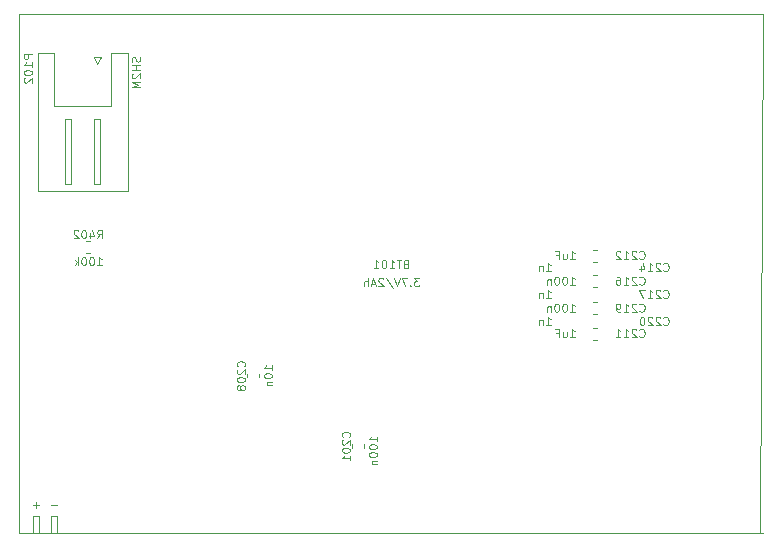
<source format=gbo>
G04 #@! TF.GenerationSoftware,KiCad,Pcbnew,5.1.2-f72e74a~84~ubuntu16.04.1*
G04 #@! TF.CreationDate,2019-06-16T18:40:27+01:00*
G04 #@! TF.ProjectId,TCXOsource,5443584f-736f-4757-9263-652e6b696361,rev?*
G04 #@! TF.SameCoordinates,Original*
G04 #@! TF.FileFunction,Legend,Bot*
G04 #@! TF.FilePolarity,Positive*
%FSLAX46Y46*%
G04 Gerber Fmt 4.6, Leading zero omitted, Abs format (unit mm)*
G04 Created by KiCad (PCBNEW 5.1.2-f72e74a~84~ubuntu16.04.1) date 2019-06-16 18:40:27*
%MOMM*%
%LPD*%
G04 APERTURE LIST*
%ADD10C,0.120000*%
%ADD11C,0.100000*%
%ADD12C,0.110000*%
G04 APERTURE END LIST*
D10*
X205394779Y-98554000D02*
X205069221Y-98554000D01*
X205394779Y-97534000D02*
X205069221Y-97534000D01*
X176786000Y-108041221D02*
X176786000Y-108366779D01*
X175766000Y-108041221D02*
X175766000Y-108366779D01*
X161818000Y-92622000D02*
X165628000Y-92622000D01*
X165628000Y-92622000D02*
X165628000Y-80902000D01*
X165628000Y-80902000D02*
X164208000Y-80902000D01*
X164208000Y-80902000D02*
X164208000Y-85402000D01*
X164208000Y-85402000D02*
X161818000Y-85402000D01*
X161818000Y-92622000D02*
X158008000Y-92622000D01*
X158008000Y-92622000D02*
X158008000Y-80902000D01*
X158008000Y-80902000D02*
X159428000Y-80902000D01*
X159428000Y-80902000D02*
X159428000Y-85402000D01*
X159428000Y-85402000D02*
X161818000Y-85402000D01*
X163318000Y-86512000D02*
X163318000Y-92012000D01*
X163318000Y-92012000D02*
X162818000Y-92012000D01*
X162818000Y-92012000D02*
X162818000Y-86512000D01*
X162818000Y-86512000D02*
X163318000Y-86512000D01*
X160818000Y-86512000D02*
X160818000Y-92012000D01*
X160818000Y-92012000D02*
X160318000Y-92012000D01*
X160318000Y-92012000D02*
X160318000Y-86512000D01*
X160318000Y-86512000D02*
X160818000Y-86512000D01*
X163068000Y-81812000D02*
X163368000Y-81212000D01*
X163368000Y-81212000D02*
X162768000Y-81212000D01*
X162768000Y-81212000D02*
X163068000Y-81812000D01*
X162468779Y-96772000D02*
X162143221Y-96772000D01*
X162468779Y-97792000D02*
X162143221Y-97792000D01*
X205069221Y-99693000D02*
X205394779Y-99693000D01*
X205069221Y-100713000D02*
X205394779Y-100713000D01*
X205394779Y-104138000D02*
X205069221Y-104138000D01*
X205394779Y-105158000D02*
X205069221Y-105158000D01*
X185681001Y-114339780D02*
X185681001Y-114014222D01*
X184661001Y-114339780D02*
X184661001Y-114014222D01*
X205069221Y-101979000D02*
X205394779Y-101979000D01*
X205069221Y-102999000D02*
X205394779Y-102999000D01*
D11*
X159164000Y-120104000D02*
X159164000Y-121568000D01*
X159164000Y-120104000D02*
X159664000Y-120104000D01*
X159664000Y-120104000D02*
X159664000Y-121568000D01*
X157656000Y-121568000D02*
X157656000Y-120104000D01*
X157656000Y-120104000D02*
X158156000Y-120104000D01*
X158156000Y-120104000D02*
X158156000Y-121568000D01*
X156460000Y-77568000D02*
X156460000Y-121568000D01*
X156460000Y-121568000D02*
X219460000Y-121568000D01*
X219460000Y-77568000D02*
X219160000Y-121568000D01*
X219460000Y-77568000D02*
X156460000Y-77568000D01*
D10*
X210999333Y-103882000D02*
X211032666Y-103915333D01*
X211132666Y-103948666D01*
X211199333Y-103948666D01*
X211299333Y-103915333D01*
X211366000Y-103848666D01*
X211399333Y-103782000D01*
X211432666Y-103648666D01*
X211432666Y-103548666D01*
X211399333Y-103415333D01*
X211366000Y-103348666D01*
X211299333Y-103282000D01*
X211199333Y-103248666D01*
X211132666Y-103248666D01*
X211032666Y-103282000D01*
X210999333Y-103315333D01*
X210732666Y-103315333D02*
X210699333Y-103282000D01*
X210632666Y-103248666D01*
X210466000Y-103248666D01*
X210399333Y-103282000D01*
X210366000Y-103315333D01*
X210332666Y-103382000D01*
X210332666Y-103448666D01*
X210366000Y-103548666D01*
X210766000Y-103948666D01*
X210332666Y-103948666D01*
X210066000Y-103315333D02*
X210032666Y-103282000D01*
X209966000Y-103248666D01*
X209799333Y-103248666D01*
X209732666Y-103282000D01*
X209699333Y-103315333D01*
X209666000Y-103382000D01*
X209666000Y-103448666D01*
X209699333Y-103548666D01*
X210099333Y-103948666D01*
X209666000Y-103948666D01*
X209232666Y-103248666D02*
X209166000Y-103248666D01*
X209099333Y-103282000D01*
X209066000Y-103315333D01*
X209032666Y-103382000D01*
X208999333Y-103515333D01*
X208999333Y-103682000D01*
X209032666Y-103815333D01*
X209066000Y-103882000D01*
X209099333Y-103915333D01*
X209166000Y-103948666D01*
X209232666Y-103948666D01*
X209299333Y-103915333D01*
X209332666Y-103882000D01*
X209366000Y-103815333D01*
X209399333Y-103682000D01*
X209399333Y-103515333D01*
X209366000Y-103382000D01*
X209332666Y-103315333D01*
X209299333Y-103282000D01*
X209232666Y-103248666D01*
X201064666Y-103948666D02*
X201464666Y-103948666D01*
X201264666Y-103948666D02*
X201264666Y-103248666D01*
X201331333Y-103348666D01*
X201398000Y-103415333D01*
X201464666Y-103448666D01*
X200764666Y-103482000D02*
X200764666Y-103948666D01*
X200764666Y-103548666D02*
X200731333Y-103515333D01*
X200664666Y-103482000D01*
X200564666Y-103482000D01*
X200498000Y-103515333D01*
X200464666Y-103582000D01*
X200464666Y-103948666D01*
X210999333Y-99310000D02*
X211032666Y-99343333D01*
X211132666Y-99376666D01*
X211199333Y-99376666D01*
X211299333Y-99343333D01*
X211366000Y-99276666D01*
X211399333Y-99210000D01*
X211432666Y-99076666D01*
X211432666Y-98976666D01*
X211399333Y-98843333D01*
X211366000Y-98776666D01*
X211299333Y-98710000D01*
X211199333Y-98676666D01*
X211132666Y-98676666D01*
X211032666Y-98710000D01*
X210999333Y-98743333D01*
X210732666Y-98743333D02*
X210699333Y-98710000D01*
X210632666Y-98676666D01*
X210466000Y-98676666D01*
X210399333Y-98710000D01*
X210366000Y-98743333D01*
X210332666Y-98810000D01*
X210332666Y-98876666D01*
X210366000Y-98976666D01*
X210766000Y-99376666D01*
X210332666Y-99376666D01*
X209666000Y-99376666D02*
X210066000Y-99376666D01*
X209866000Y-99376666D02*
X209866000Y-98676666D01*
X209932666Y-98776666D01*
X209999333Y-98843333D01*
X210066000Y-98876666D01*
X209066000Y-98910000D02*
X209066000Y-99376666D01*
X209232666Y-98643333D02*
X209399333Y-99143333D01*
X208966000Y-99143333D01*
X201064666Y-99376666D02*
X201464666Y-99376666D01*
X201264666Y-99376666D02*
X201264666Y-98676666D01*
X201331333Y-98776666D01*
X201398000Y-98843333D01*
X201464666Y-98876666D01*
X200764666Y-98910000D02*
X200764666Y-99376666D01*
X200764666Y-98976666D02*
X200731333Y-98943333D01*
X200664666Y-98910000D01*
X200564666Y-98910000D01*
X200498000Y-98943333D01*
X200464666Y-99010000D01*
X200464666Y-99376666D01*
X208967333Y-98294000D02*
X209000666Y-98327333D01*
X209100666Y-98360666D01*
X209167333Y-98360666D01*
X209267333Y-98327333D01*
X209334000Y-98260666D01*
X209367333Y-98194000D01*
X209400666Y-98060666D01*
X209400666Y-97960666D01*
X209367333Y-97827333D01*
X209334000Y-97760666D01*
X209267333Y-97694000D01*
X209167333Y-97660666D01*
X209100666Y-97660666D01*
X209000666Y-97694000D01*
X208967333Y-97727333D01*
X208700666Y-97727333D02*
X208667333Y-97694000D01*
X208600666Y-97660666D01*
X208434000Y-97660666D01*
X208367333Y-97694000D01*
X208334000Y-97727333D01*
X208300666Y-97794000D01*
X208300666Y-97860666D01*
X208334000Y-97960666D01*
X208734000Y-98360666D01*
X208300666Y-98360666D01*
X207634000Y-98360666D02*
X208034000Y-98360666D01*
X207834000Y-98360666D02*
X207834000Y-97660666D01*
X207900666Y-97760666D01*
X207967333Y-97827333D01*
X208034000Y-97860666D01*
X207367333Y-97727333D02*
X207334000Y-97694000D01*
X207267333Y-97660666D01*
X207100666Y-97660666D01*
X207034000Y-97694000D01*
X207000666Y-97727333D01*
X206967333Y-97794000D01*
X206967333Y-97860666D01*
X207000666Y-97960666D01*
X207400666Y-98360666D01*
X206967333Y-98360666D01*
X203096666Y-98360666D02*
X203496666Y-98360666D01*
X203296666Y-98360666D02*
X203296666Y-97660666D01*
X203363333Y-97760666D01*
X203430000Y-97827333D01*
X203496666Y-97860666D01*
X202496666Y-97894000D02*
X202496666Y-98360666D01*
X202796666Y-97894000D02*
X202796666Y-98260666D01*
X202763333Y-98327333D01*
X202696666Y-98360666D01*
X202596666Y-98360666D01*
X202530000Y-98327333D01*
X202496666Y-98294000D01*
X201930000Y-97994000D02*
X202163333Y-97994000D01*
X202163333Y-98360666D02*
X202163333Y-97660666D01*
X201830000Y-97660666D01*
X175510000Y-107420666D02*
X175543333Y-107387333D01*
X175576666Y-107287333D01*
X175576666Y-107220666D01*
X175543333Y-107120666D01*
X175476666Y-107054000D01*
X175410000Y-107020666D01*
X175276666Y-106987333D01*
X175176666Y-106987333D01*
X175043333Y-107020666D01*
X174976666Y-107054000D01*
X174910000Y-107120666D01*
X174876666Y-107220666D01*
X174876666Y-107287333D01*
X174910000Y-107387333D01*
X174943333Y-107420666D01*
X174943333Y-107687333D02*
X174910000Y-107720666D01*
X174876666Y-107787333D01*
X174876666Y-107954000D01*
X174910000Y-108020666D01*
X174943333Y-108054000D01*
X175010000Y-108087333D01*
X175076666Y-108087333D01*
X175176666Y-108054000D01*
X175576666Y-107654000D01*
X175576666Y-108087333D01*
X174876666Y-108520666D02*
X174876666Y-108587333D01*
X174910000Y-108654000D01*
X174943333Y-108687333D01*
X175010000Y-108720666D01*
X175143333Y-108754000D01*
X175310000Y-108754000D01*
X175443333Y-108720666D01*
X175510000Y-108687333D01*
X175543333Y-108654000D01*
X175576666Y-108587333D01*
X175576666Y-108520666D01*
X175543333Y-108454000D01*
X175510000Y-108420666D01*
X175443333Y-108387333D01*
X175310000Y-108354000D01*
X175143333Y-108354000D01*
X175010000Y-108387333D01*
X174943333Y-108420666D01*
X174910000Y-108454000D01*
X174876666Y-108520666D01*
X175176666Y-109154000D02*
X175143333Y-109087333D01*
X175110000Y-109054000D01*
X175043333Y-109020666D01*
X175010000Y-109020666D01*
X174943333Y-109054000D01*
X174910000Y-109087333D01*
X174876666Y-109154000D01*
X174876666Y-109287333D01*
X174910000Y-109354000D01*
X174943333Y-109387333D01*
X175010000Y-109420666D01*
X175043333Y-109420666D01*
X175110000Y-109387333D01*
X175143333Y-109354000D01*
X175176666Y-109287333D01*
X175176666Y-109154000D01*
X175210000Y-109087333D01*
X175243333Y-109054000D01*
X175310000Y-109020666D01*
X175443333Y-109020666D01*
X175510000Y-109054000D01*
X175543333Y-109087333D01*
X175576666Y-109154000D01*
X175576666Y-109287333D01*
X175543333Y-109354000D01*
X175510000Y-109387333D01*
X175443333Y-109420666D01*
X175310000Y-109420666D01*
X175243333Y-109387333D01*
X175210000Y-109354000D01*
X175176666Y-109287333D01*
X177862666Y-107754000D02*
X177862666Y-107354000D01*
X177862666Y-107554000D02*
X177162666Y-107554000D01*
X177262666Y-107487333D01*
X177329333Y-107420666D01*
X177362666Y-107354000D01*
X177162666Y-108187333D02*
X177162666Y-108254000D01*
X177196000Y-108320666D01*
X177229333Y-108354000D01*
X177296000Y-108387333D01*
X177429333Y-108420666D01*
X177596000Y-108420666D01*
X177729333Y-108387333D01*
X177796000Y-108354000D01*
X177829333Y-108320666D01*
X177862666Y-108254000D01*
X177862666Y-108187333D01*
X177829333Y-108120666D01*
X177796000Y-108087333D01*
X177729333Y-108054000D01*
X177596000Y-108020666D01*
X177429333Y-108020666D01*
X177296000Y-108054000D01*
X177229333Y-108087333D01*
X177196000Y-108120666D01*
X177162666Y-108187333D01*
X177396000Y-108720666D02*
X177862666Y-108720666D01*
X177462666Y-108720666D02*
X177429333Y-108754000D01*
X177396000Y-108820666D01*
X177396000Y-108920666D01*
X177429333Y-108987333D01*
X177496000Y-109020666D01*
X177862666Y-109020666D01*
X157542666Y-81016666D02*
X156842666Y-81016666D01*
X156842666Y-81283333D01*
X156876000Y-81350000D01*
X156909333Y-81383333D01*
X156976000Y-81416666D01*
X157076000Y-81416666D01*
X157142666Y-81383333D01*
X157176000Y-81350000D01*
X157209333Y-81283333D01*
X157209333Y-81016666D01*
X157542666Y-82083333D02*
X157542666Y-81683333D01*
X157542666Y-81883333D02*
X156842666Y-81883333D01*
X156942666Y-81816666D01*
X157009333Y-81750000D01*
X157042666Y-81683333D01*
X156842666Y-82516666D02*
X156842666Y-82583333D01*
X156876000Y-82650000D01*
X156909333Y-82683333D01*
X156976000Y-82716666D01*
X157109333Y-82750000D01*
X157276000Y-82750000D01*
X157409333Y-82716666D01*
X157476000Y-82683333D01*
X157509333Y-82650000D01*
X157542666Y-82583333D01*
X157542666Y-82516666D01*
X157509333Y-82450000D01*
X157476000Y-82416666D01*
X157409333Y-82383333D01*
X157276000Y-82350000D01*
X157109333Y-82350000D01*
X156976000Y-82383333D01*
X156909333Y-82416666D01*
X156876000Y-82450000D01*
X156842666Y-82516666D01*
X156909333Y-83016666D02*
X156876000Y-83050000D01*
X156842666Y-83116666D01*
X156842666Y-83283333D01*
X156876000Y-83350000D01*
X156909333Y-83383333D01*
X156976000Y-83416666D01*
X157042666Y-83416666D01*
X157142666Y-83383333D01*
X157542666Y-82983333D01*
X157542666Y-83416666D01*
X166653333Y-81237333D02*
X166686666Y-81337333D01*
X166686666Y-81504000D01*
X166653333Y-81570666D01*
X166620000Y-81604000D01*
X166553333Y-81637333D01*
X166486666Y-81637333D01*
X166420000Y-81604000D01*
X166386666Y-81570666D01*
X166353333Y-81504000D01*
X166320000Y-81370666D01*
X166286666Y-81304000D01*
X166253333Y-81270666D01*
X166186666Y-81237333D01*
X166120000Y-81237333D01*
X166053333Y-81270666D01*
X166020000Y-81304000D01*
X165986666Y-81370666D01*
X165986666Y-81537333D01*
X166020000Y-81637333D01*
X166686666Y-81937333D02*
X165986666Y-81937333D01*
X166320000Y-81937333D02*
X166320000Y-82337333D01*
X166686666Y-82337333D02*
X165986666Y-82337333D01*
X166053333Y-82637333D02*
X166020000Y-82670666D01*
X165986666Y-82737333D01*
X165986666Y-82904000D01*
X166020000Y-82970666D01*
X166053333Y-83004000D01*
X166120000Y-83037333D01*
X166186666Y-83037333D01*
X166286666Y-83004000D01*
X166686666Y-82604000D01*
X166686666Y-83037333D01*
X166686666Y-83337333D02*
X165986666Y-83337333D01*
X166486666Y-83570666D01*
X165986666Y-83804000D01*
X166686666Y-83804000D01*
X163063833Y-96582666D02*
X163297166Y-96249333D01*
X163463833Y-96582666D02*
X163463833Y-95882666D01*
X163197166Y-95882666D01*
X163130500Y-95916000D01*
X163097166Y-95949333D01*
X163063833Y-96016000D01*
X163063833Y-96116000D01*
X163097166Y-96182666D01*
X163130500Y-96216000D01*
X163197166Y-96249333D01*
X163463833Y-96249333D01*
X162463833Y-96116000D02*
X162463833Y-96582666D01*
X162630500Y-95849333D02*
X162797166Y-96349333D01*
X162363833Y-96349333D01*
X161963833Y-95882666D02*
X161897166Y-95882666D01*
X161830500Y-95916000D01*
X161797166Y-95949333D01*
X161763833Y-96016000D01*
X161730500Y-96149333D01*
X161730500Y-96316000D01*
X161763833Y-96449333D01*
X161797166Y-96516000D01*
X161830500Y-96549333D01*
X161897166Y-96582666D01*
X161963833Y-96582666D01*
X162030500Y-96549333D01*
X162063833Y-96516000D01*
X162097166Y-96449333D01*
X162130500Y-96316000D01*
X162130500Y-96149333D01*
X162097166Y-96016000D01*
X162063833Y-95949333D01*
X162030500Y-95916000D01*
X161963833Y-95882666D01*
X161463833Y-95949333D02*
X161430500Y-95916000D01*
X161363833Y-95882666D01*
X161197166Y-95882666D01*
X161130500Y-95916000D01*
X161097166Y-95949333D01*
X161063833Y-96016000D01*
X161063833Y-96082666D01*
X161097166Y-96182666D01*
X161497166Y-96582666D01*
X161063833Y-96582666D01*
X163056000Y-98868666D02*
X163456000Y-98868666D01*
X163256000Y-98868666D02*
X163256000Y-98168666D01*
X163322666Y-98268666D01*
X163389333Y-98335333D01*
X163456000Y-98368666D01*
X162622666Y-98168666D02*
X162556000Y-98168666D01*
X162489333Y-98202000D01*
X162456000Y-98235333D01*
X162422666Y-98302000D01*
X162389333Y-98435333D01*
X162389333Y-98602000D01*
X162422666Y-98735333D01*
X162456000Y-98802000D01*
X162489333Y-98835333D01*
X162556000Y-98868666D01*
X162622666Y-98868666D01*
X162689333Y-98835333D01*
X162722666Y-98802000D01*
X162756000Y-98735333D01*
X162789333Y-98602000D01*
X162789333Y-98435333D01*
X162756000Y-98302000D01*
X162722666Y-98235333D01*
X162689333Y-98202000D01*
X162622666Y-98168666D01*
X161956000Y-98168666D02*
X161889333Y-98168666D01*
X161822666Y-98202000D01*
X161789333Y-98235333D01*
X161756000Y-98302000D01*
X161722666Y-98435333D01*
X161722666Y-98602000D01*
X161756000Y-98735333D01*
X161789333Y-98802000D01*
X161822666Y-98835333D01*
X161889333Y-98868666D01*
X161956000Y-98868666D01*
X162022666Y-98835333D01*
X162056000Y-98802000D01*
X162089333Y-98735333D01*
X162122666Y-98602000D01*
X162122666Y-98435333D01*
X162089333Y-98302000D01*
X162056000Y-98235333D01*
X162022666Y-98202000D01*
X161956000Y-98168666D01*
X161422666Y-98868666D02*
X161422666Y-98168666D01*
X161356000Y-98602000D02*
X161156000Y-98868666D01*
X161156000Y-98402000D02*
X161422666Y-98668666D01*
X208967333Y-100453000D02*
X209000666Y-100486333D01*
X209100666Y-100519666D01*
X209167333Y-100519666D01*
X209267333Y-100486333D01*
X209334000Y-100419666D01*
X209367333Y-100353000D01*
X209400666Y-100219666D01*
X209400666Y-100119666D01*
X209367333Y-99986333D01*
X209334000Y-99919666D01*
X209267333Y-99853000D01*
X209167333Y-99819666D01*
X209100666Y-99819666D01*
X209000666Y-99853000D01*
X208967333Y-99886333D01*
X208700666Y-99886333D02*
X208667333Y-99853000D01*
X208600666Y-99819666D01*
X208434000Y-99819666D01*
X208367333Y-99853000D01*
X208334000Y-99886333D01*
X208300666Y-99953000D01*
X208300666Y-100019666D01*
X208334000Y-100119666D01*
X208734000Y-100519666D01*
X208300666Y-100519666D01*
X207634000Y-100519666D02*
X208034000Y-100519666D01*
X207834000Y-100519666D02*
X207834000Y-99819666D01*
X207900666Y-99919666D01*
X207967333Y-99986333D01*
X208034000Y-100019666D01*
X207034000Y-99819666D02*
X207167333Y-99819666D01*
X207234000Y-99853000D01*
X207267333Y-99886333D01*
X207334000Y-99986333D01*
X207367333Y-100119666D01*
X207367333Y-100386333D01*
X207334000Y-100453000D01*
X207300666Y-100486333D01*
X207234000Y-100519666D01*
X207100666Y-100519666D01*
X207034000Y-100486333D01*
X207000666Y-100453000D01*
X206967333Y-100386333D01*
X206967333Y-100219666D01*
X207000666Y-100153000D01*
X207034000Y-100119666D01*
X207100666Y-100086333D01*
X207234000Y-100086333D01*
X207300666Y-100119666D01*
X207334000Y-100153000D01*
X207367333Y-100219666D01*
X203096666Y-100519666D02*
X203496666Y-100519666D01*
X203296666Y-100519666D02*
X203296666Y-99819666D01*
X203363333Y-99919666D01*
X203430000Y-99986333D01*
X203496666Y-100019666D01*
X202663333Y-99819666D02*
X202596666Y-99819666D01*
X202530000Y-99853000D01*
X202496666Y-99886333D01*
X202463333Y-99953000D01*
X202430000Y-100086333D01*
X202430000Y-100253000D01*
X202463333Y-100386333D01*
X202496666Y-100453000D01*
X202530000Y-100486333D01*
X202596666Y-100519666D01*
X202663333Y-100519666D01*
X202730000Y-100486333D01*
X202763333Y-100453000D01*
X202796666Y-100386333D01*
X202830000Y-100253000D01*
X202830000Y-100086333D01*
X202796666Y-99953000D01*
X202763333Y-99886333D01*
X202730000Y-99853000D01*
X202663333Y-99819666D01*
X201996666Y-99819666D02*
X201930000Y-99819666D01*
X201863333Y-99853000D01*
X201830000Y-99886333D01*
X201796666Y-99953000D01*
X201763333Y-100086333D01*
X201763333Y-100253000D01*
X201796666Y-100386333D01*
X201830000Y-100453000D01*
X201863333Y-100486333D01*
X201930000Y-100519666D01*
X201996666Y-100519666D01*
X202063333Y-100486333D01*
X202096666Y-100453000D01*
X202130000Y-100386333D01*
X202163333Y-100253000D01*
X202163333Y-100086333D01*
X202130000Y-99953000D01*
X202096666Y-99886333D01*
X202063333Y-99853000D01*
X201996666Y-99819666D01*
X201463333Y-100053000D02*
X201463333Y-100519666D01*
X201463333Y-100119666D02*
X201430000Y-100086333D01*
X201363333Y-100053000D01*
X201263333Y-100053000D01*
X201196666Y-100086333D01*
X201163333Y-100153000D01*
X201163333Y-100519666D01*
X210999333Y-101596000D02*
X211032666Y-101629333D01*
X211132666Y-101662666D01*
X211199333Y-101662666D01*
X211299333Y-101629333D01*
X211366000Y-101562666D01*
X211399333Y-101496000D01*
X211432666Y-101362666D01*
X211432666Y-101262666D01*
X211399333Y-101129333D01*
X211366000Y-101062666D01*
X211299333Y-100996000D01*
X211199333Y-100962666D01*
X211132666Y-100962666D01*
X211032666Y-100996000D01*
X210999333Y-101029333D01*
X210732666Y-101029333D02*
X210699333Y-100996000D01*
X210632666Y-100962666D01*
X210466000Y-100962666D01*
X210399333Y-100996000D01*
X210366000Y-101029333D01*
X210332666Y-101096000D01*
X210332666Y-101162666D01*
X210366000Y-101262666D01*
X210766000Y-101662666D01*
X210332666Y-101662666D01*
X209666000Y-101662666D02*
X210066000Y-101662666D01*
X209866000Y-101662666D02*
X209866000Y-100962666D01*
X209932666Y-101062666D01*
X209999333Y-101129333D01*
X210066000Y-101162666D01*
X209432666Y-100962666D02*
X208966000Y-100962666D01*
X209266000Y-101662666D01*
X201064666Y-101662666D02*
X201464666Y-101662666D01*
X201264666Y-101662666D02*
X201264666Y-100962666D01*
X201331333Y-101062666D01*
X201398000Y-101129333D01*
X201464666Y-101162666D01*
X200764666Y-101196000D02*
X200764666Y-101662666D01*
X200764666Y-101262666D02*
X200731333Y-101229333D01*
X200664666Y-101196000D01*
X200564666Y-101196000D01*
X200498000Y-101229333D01*
X200464666Y-101296000D01*
X200464666Y-101662666D01*
X208967333Y-104898000D02*
X209000666Y-104931333D01*
X209100666Y-104964666D01*
X209167333Y-104964666D01*
X209267333Y-104931333D01*
X209334000Y-104864666D01*
X209367333Y-104798000D01*
X209400666Y-104664666D01*
X209400666Y-104564666D01*
X209367333Y-104431333D01*
X209334000Y-104364666D01*
X209267333Y-104298000D01*
X209167333Y-104264666D01*
X209100666Y-104264666D01*
X209000666Y-104298000D01*
X208967333Y-104331333D01*
X208700666Y-104331333D02*
X208667333Y-104298000D01*
X208600666Y-104264666D01*
X208434000Y-104264666D01*
X208367333Y-104298000D01*
X208334000Y-104331333D01*
X208300666Y-104398000D01*
X208300666Y-104464666D01*
X208334000Y-104564666D01*
X208734000Y-104964666D01*
X208300666Y-104964666D01*
X207634000Y-104964666D02*
X208034000Y-104964666D01*
X207834000Y-104964666D02*
X207834000Y-104264666D01*
X207900666Y-104364666D01*
X207967333Y-104431333D01*
X208034000Y-104464666D01*
X206967333Y-104964666D02*
X207367333Y-104964666D01*
X207167333Y-104964666D02*
X207167333Y-104264666D01*
X207234000Y-104364666D01*
X207300666Y-104431333D01*
X207367333Y-104464666D01*
X203096666Y-104964666D02*
X203496666Y-104964666D01*
X203296666Y-104964666D02*
X203296666Y-104264666D01*
X203363333Y-104364666D01*
X203430000Y-104431333D01*
X203496666Y-104464666D01*
X202496666Y-104498000D02*
X202496666Y-104964666D01*
X202796666Y-104498000D02*
X202796666Y-104864666D01*
X202763333Y-104931333D01*
X202696666Y-104964666D01*
X202596666Y-104964666D01*
X202530000Y-104931333D01*
X202496666Y-104898000D01*
X201930000Y-104598000D02*
X202163333Y-104598000D01*
X202163333Y-104964666D02*
X202163333Y-104264666D01*
X201830000Y-104264666D01*
X184400000Y-113393667D02*
X184433333Y-113360334D01*
X184466666Y-113260334D01*
X184466666Y-113193667D01*
X184433333Y-113093667D01*
X184366666Y-113027001D01*
X184300000Y-112993667D01*
X184166666Y-112960334D01*
X184066666Y-112960334D01*
X183933333Y-112993667D01*
X183866666Y-113027001D01*
X183800000Y-113093667D01*
X183766666Y-113193667D01*
X183766666Y-113260334D01*
X183800000Y-113360334D01*
X183833333Y-113393667D01*
X183833333Y-113660334D02*
X183800000Y-113693667D01*
X183766666Y-113760334D01*
X183766666Y-113927001D01*
X183800000Y-113993667D01*
X183833333Y-114027001D01*
X183900000Y-114060334D01*
X183966666Y-114060334D01*
X184066666Y-114027001D01*
X184466666Y-113627001D01*
X184466666Y-114060334D01*
X183766666Y-114493667D02*
X183766666Y-114560334D01*
X183800000Y-114627001D01*
X183833333Y-114660334D01*
X183900000Y-114693667D01*
X184033333Y-114727001D01*
X184200000Y-114727001D01*
X184333333Y-114693667D01*
X184400000Y-114660334D01*
X184433333Y-114627001D01*
X184466666Y-114560334D01*
X184466666Y-114493667D01*
X184433333Y-114427001D01*
X184400000Y-114393667D01*
X184333333Y-114360334D01*
X184200000Y-114327001D01*
X184033333Y-114327001D01*
X183900000Y-114360334D01*
X183833333Y-114393667D01*
X183800000Y-114427001D01*
X183766666Y-114493667D01*
X184466666Y-115393667D02*
X184466666Y-114993667D01*
X184466666Y-115193667D02*
X183766666Y-115193667D01*
X183866666Y-115127001D01*
X183933333Y-115060334D01*
X183966666Y-114993667D01*
X186752666Y-113770666D02*
X186752666Y-113370666D01*
X186752666Y-113570666D02*
X186052666Y-113570666D01*
X186152666Y-113504000D01*
X186219333Y-113437333D01*
X186252666Y-113370666D01*
X186052666Y-114204000D02*
X186052666Y-114270666D01*
X186086000Y-114337333D01*
X186119333Y-114370666D01*
X186186000Y-114404000D01*
X186319333Y-114437333D01*
X186486000Y-114437333D01*
X186619333Y-114404000D01*
X186686000Y-114370666D01*
X186719333Y-114337333D01*
X186752666Y-114270666D01*
X186752666Y-114204000D01*
X186719333Y-114137333D01*
X186686000Y-114104000D01*
X186619333Y-114070666D01*
X186486000Y-114037333D01*
X186319333Y-114037333D01*
X186186000Y-114070666D01*
X186119333Y-114104000D01*
X186086000Y-114137333D01*
X186052666Y-114204000D01*
X186052666Y-114870666D02*
X186052666Y-114937333D01*
X186086000Y-115004000D01*
X186119333Y-115037333D01*
X186186000Y-115070666D01*
X186319333Y-115104000D01*
X186486000Y-115104000D01*
X186619333Y-115070666D01*
X186686000Y-115037333D01*
X186719333Y-115004000D01*
X186752666Y-114937333D01*
X186752666Y-114870666D01*
X186719333Y-114804000D01*
X186686000Y-114770666D01*
X186619333Y-114737333D01*
X186486000Y-114704000D01*
X186319333Y-114704000D01*
X186186000Y-114737333D01*
X186119333Y-114770666D01*
X186086000Y-114804000D01*
X186052666Y-114870666D01*
X186286000Y-115404000D02*
X186752666Y-115404000D01*
X186352666Y-115404000D02*
X186319333Y-115437333D01*
X186286000Y-115504000D01*
X186286000Y-115604000D01*
X186319333Y-115670666D01*
X186386000Y-115704000D01*
X186752666Y-115704000D01*
X208967333Y-102739000D02*
X209000666Y-102772333D01*
X209100666Y-102805666D01*
X209167333Y-102805666D01*
X209267333Y-102772333D01*
X209334000Y-102705666D01*
X209367333Y-102639000D01*
X209400666Y-102505666D01*
X209400666Y-102405666D01*
X209367333Y-102272333D01*
X209334000Y-102205666D01*
X209267333Y-102139000D01*
X209167333Y-102105666D01*
X209100666Y-102105666D01*
X209000666Y-102139000D01*
X208967333Y-102172333D01*
X208700666Y-102172333D02*
X208667333Y-102139000D01*
X208600666Y-102105666D01*
X208434000Y-102105666D01*
X208367333Y-102139000D01*
X208334000Y-102172333D01*
X208300666Y-102239000D01*
X208300666Y-102305666D01*
X208334000Y-102405666D01*
X208734000Y-102805666D01*
X208300666Y-102805666D01*
X207634000Y-102805666D02*
X208034000Y-102805666D01*
X207834000Y-102805666D02*
X207834000Y-102105666D01*
X207900666Y-102205666D01*
X207967333Y-102272333D01*
X208034000Y-102305666D01*
X207300666Y-102805666D02*
X207167333Y-102805666D01*
X207100666Y-102772333D01*
X207067333Y-102739000D01*
X207000666Y-102639000D01*
X206967333Y-102505666D01*
X206967333Y-102239000D01*
X207000666Y-102172333D01*
X207034000Y-102139000D01*
X207100666Y-102105666D01*
X207234000Y-102105666D01*
X207300666Y-102139000D01*
X207334000Y-102172333D01*
X207367333Y-102239000D01*
X207367333Y-102405666D01*
X207334000Y-102472333D01*
X207300666Y-102505666D01*
X207234000Y-102539000D01*
X207100666Y-102539000D01*
X207034000Y-102505666D01*
X207000666Y-102472333D01*
X206967333Y-102405666D01*
X203096666Y-102805666D02*
X203496666Y-102805666D01*
X203296666Y-102805666D02*
X203296666Y-102105666D01*
X203363333Y-102205666D01*
X203430000Y-102272333D01*
X203496666Y-102305666D01*
X202663333Y-102105666D02*
X202596666Y-102105666D01*
X202530000Y-102139000D01*
X202496666Y-102172333D01*
X202463333Y-102239000D01*
X202430000Y-102372333D01*
X202430000Y-102539000D01*
X202463333Y-102672333D01*
X202496666Y-102739000D01*
X202530000Y-102772333D01*
X202596666Y-102805666D01*
X202663333Y-102805666D01*
X202730000Y-102772333D01*
X202763333Y-102739000D01*
X202796666Y-102672333D01*
X202830000Y-102539000D01*
X202830000Y-102372333D01*
X202796666Y-102239000D01*
X202763333Y-102172333D01*
X202730000Y-102139000D01*
X202663333Y-102105666D01*
X201996666Y-102105666D02*
X201930000Y-102105666D01*
X201863333Y-102139000D01*
X201830000Y-102172333D01*
X201796666Y-102239000D01*
X201763333Y-102372333D01*
X201763333Y-102539000D01*
X201796666Y-102672333D01*
X201830000Y-102739000D01*
X201863333Y-102772333D01*
X201930000Y-102805666D01*
X201996666Y-102805666D01*
X202063333Y-102772333D01*
X202096666Y-102739000D01*
X202130000Y-102672333D01*
X202163333Y-102539000D01*
X202163333Y-102372333D01*
X202130000Y-102239000D01*
X202096666Y-102172333D01*
X202063333Y-102139000D01*
X201996666Y-102105666D01*
X201463333Y-102339000D02*
X201463333Y-102805666D01*
X201463333Y-102405666D02*
X201430000Y-102372333D01*
X201363333Y-102339000D01*
X201263333Y-102339000D01*
X201196666Y-102372333D01*
X201163333Y-102439000D01*
X201163333Y-102805666D01*
D12*
X189176666Y-98756000D02*
X189076666Y-98789333D01*
X189043333Y-98822666D01*
X189010000Y-98889333D01*
X189010000Y-98989333D01*
X189043333Y-99056000D01*
X189076666Y-99089333D01*
X189143333Y-99122666D01*
X189410000Y-99122666D01*
X189410000Y-98422666D01*
X189176666Y-98422666D01*
X189110000Y-98456000D01*
X189076666Y-98489333D01*
X189043333Y-98556000D01*
X189043333Y-98622666D01*
X189076666Y-98689333D01*
X189110000Y-98722666D01*
X189176666Y-98756000D01*
X189410000Y-98756000D01*
X188810000Y-98422666D02*
X188410000Y-98422666D01*
X188610000Y-99122666D02*
X188610000Y-98422666D01*
X187810000Y-99122666D02*
X188210000Y-99122666D01*
X188010000Y-99122666D02*
X188010000Y-98422666D01*
X188076666Y-98522666D01*
X188143333Y-98589333D01*
X188210000Y-98622666D01*
X187376666Y-98422666D02*
X187310000Y-98422666D01*
X187243333Y-98456000D01*
X187210000Y-98489333D01*
X187176666Y-98556000D01*
X187143333Y-98689333D01*
X187143333Y-98856000D01*
X187176666Y-98989333D01*
X187210000Y-99056000D01*
X187243333Y-99089333D01*
X187310000Y-99122666D01*
X187376666Y-99122666D01*
X187443333Y-99089333D01*
X187476666Y-99056000D01*
X187510000Y-98989333D01*
X187543333Y-98856000D01*
X187543333Y-98689333D01*
X187510000Y-98556000D01*
X187476666Y-98489333D01*
X187443333Y-98456000D01*
X187376666Y-98422666D01*
X186476666Y-99122666D02*
X186876666Y-99122666D01*
X186676666Y-99122666D02*
X186676666Y-98422666D01*
X186743333Y-98522666D01*
X186810000Y-98589333D01*
X186876666Y-98622666D01*
X190310000Y-99946666D02*
X189876666Y-99946666D01*
X190110000Y-100213333D01*
X190010000Y-100213333D01*
X189943333Y-100246666D01*
X189910000Y-100280000D01*
X189876666Y-100346666D01*
X189876666Y-100513333D01*
X189910000Y-100580000D01*
X189943333Y-100613333D01*
X190010000Y-100646666D01*
X190210000Y-100646666D01*
X190276666Y-100613333D01*
X190310000Y-100580000D01*
X189576666Y-100580000D02*
X189543333Y-100613333D01*
X189576666Y-100646666D01*
X189610000Y-100613333D01*
X189576666Y-100580000D01*
X189576666Y-100646666D01*
X189310000Y-99946666D02*
X188843333Y-99946666D01*
X189143333Y-100646666D01*
X188676666Y-99946666D02*
X188443333Y-100646666D01*
X188210000Y-99946666D01*
X187476666Y-99913333D02*
X188076666Y-100813333D01*
X187276666Y-100013333D02*
X187243333Y-99980000D01*
X187176666Y-99946666D01*
X187010000Y-99946666D01*
X186943333Y-99980000D01*
X186910000Y-100013333D01*
X186876666Y-100080000D01*
X186876666Y-100146666D01*
X186910000Y-100246666D01*
X187310000Y-100646666D01*
X186876666Y-100646666D01*
X186610000Y-100446666D02*
X186276666Y-100446666D01*
X186676666Y-100646666D02*
X186443333Y-99946666D01*
X186210000Y-100646666D01*
X185976666Y-100646666D02*
X185976666Y-99946666D01*
X185676666Y-100646666D02*
X185676666Y-100280000D01*
X185710000Y-100213333D01*
X185776666Y-100180000D01*
X185876666Y-100180000D01*
X185943333Y-100213333D01*
X185976666Y-100246666D01*
X159680666Y-119154000D02*
X159147333Y-119154000D01*
X158172666Y-119154000D02*
X157639333Y-119154000D01*
X157906000Y-119420666D02*
X157906000Y-118887333D01*
M02*

</source>
